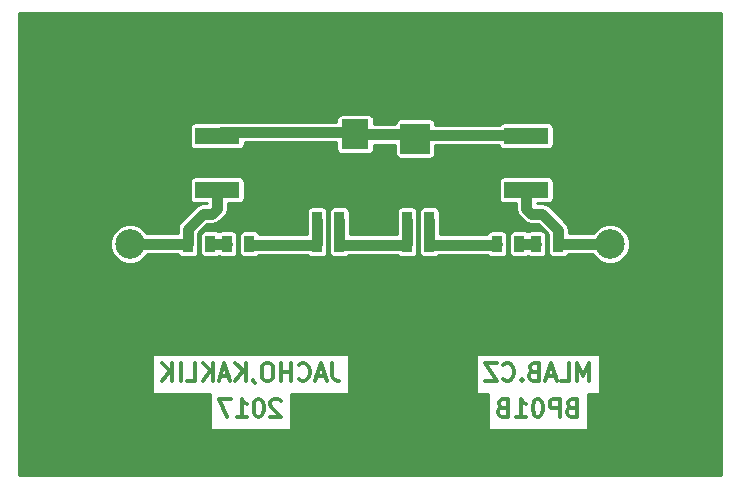
<source format=gbr>
G04 #@! TF.FileFunction,Copper,L2,Bot,Signal*
%FSLAX46Y46*%
G04 Gerber Fmt 4.6, Leading zero omitted, Abs format (unit mm)*
G04 Created by KiCad (PCBNEW (2016-09-17 revision 679eef1)-makepkg) date 01/31/17 07:19:42*
%MOMM*%
%LPD*%
G01*
G04 APERTURE LIST*
%ADD10C,0.150000*%
%ADD11C,0.300000*%
%ADD12R,0.889000X1.397000*%
%ADD13R,1.397000X0.889000*%
%ADD14R,2.499360X2.550160*%
%ADD15R,2.301240X2.499360*%
%ADD16C,2.700000*%
%ADD17C,2.500000*%
%ADD18R,3.810000X1.397000*%
%ADD19C,6.000000*%
%ADD20C,0.800000*%
%ADD21C,0.900000*%
%ADD22C,0.400000*%
%ADD23C,0.254000*%
G04 APERTURE END LIST*
D10*
D11*
X27284285Y10219428D02*
X27284285Y9148000D01*
X27355714Y8933714D01*
X27498571Y8790857D01*
X27712857Y8719428D01*
X27855714Y8719428D01*
X26641428Y9148000D02*
X25927142Y9148000D01*
X26784285Y8719428D02*
X26284285Y10219428D01*
X25784285Y8719428D01*
X24427142Y8862285D02*
X24498571Y8790857D01*
X24712857Y8719428D01*
X24855714Y8719428D01*
X25070000Y8790857D01*
X25212857Y8933714D01*
X25284285Y9076571D01*
X25355714Y9362285D01*
X25355714Y9576571D01*
X25284285Y9862285D01*
X25212857Y10005142D01*
X25070000Y10148000D01*
X24855714Y10219428D01*
X24712857Y10219428D01*
X24498571Y10148000D01*
X24427142Y10076571D01*
X23784285Y8719428D02*
X23784285Y10219428D01*
X23784285Y9505142D02*
X22927142Y9505142D01*
X22927142Y8719428D02*
X22927142Y10219428D01*
X21927142Y10219428D02*
X21641428Y10219428D01*
X21498571Y10148000D01*
X21355714Y10005142D01*
X21284285Y9719428D01*
X21284285Y9219428D01*
X21355714Y8933714D01*
X21498571Y8790857D01*
X21641428Y8719428D01*
X21927142Y8719428D01*
X22070000Y8790857D01*
X22212857Y8933714D01*
X22284285Y9219428D01*
X22284285Y9719428D01*
X22212857Y10005142D01*
X22070000Y10148000D01*
X21927142Y10219428D01*
X20570000Y8790857D02*
X20570000Y8719428D01*
X20641428Y8576571D01*
X20712857Y8505142D01*
X19927142Y8719428D02*
X19927142Y10219428D01*
X19070000Y8719428D02*
X19712857Y9576571D01*
X19070000Y10219428D02*
X19927142Y9362285D01*
X18498571Y9148000D02*
X17784285Y9148000D01*
X18641428Y8719428D02*
X18141428Y10219428D01*
X17641428Y8719428D01*
X17141428Y8719428D02*
X17141428Y10219428D01*
X16284285Y8719428D02*
X16927142Y9576571D01*
X16284285Y10219428D02*
X17141428Y9362285D01*
X14927142Y8719428D02*
X15641428Y8719428D01*
X15641428Y10219428D01*
X14427142Y8719428D02*
X14427142Y10219428D01*
X13712857Y8719428D02*
X13712857Y10219428D01*
X12855714Y8719428D02*
X13498571Y9576571D01*
X12855714Y10219428D02*
X13712857Y9362285D01*
X22891428Y7028571D02*
X22820000Y7100000D01*
X22677142Y7171428D01*
X22320000Y7171428D01*
X22177142Y7100000D01*
X22105714Y7028571D01*
X22034285Y6885714D01*
X22034285Y6742857D01*
X22105714Y6528571D01*
X22962857Y5671428D01*
X22034285Y5671428D01*
X21105714Y7171428D02*
X20962857Y7171428D01*
X20820000Y7100000D01*
X20748571Y7028571D01*
X20677142Y6885714D01*
X20605714Y6600000D01*
X20605714Y6242857D01*
X20677142Y5957142D01*
X20748571Y5814285D01*
X20820000Y5742857D01*
X20962857Y5671428D01*
X21105714Y5671428D01*
X21248571Y5742857D01*
X21320000Y5814285D01*
X21391428Y5957142D01*
X21462857Y6242857D01*
X21462857Y6600000D01*
X21391428Y6885714D01*
X21320000Y7028571D01*
X21248571Y7100000D01*
X21105714Y7171428D01*
X19177142Y5671428D02*
X20034285Y5671428D01*
X19605714Y5671428D02*
X19605714Y7171428D01*
X19748571Y6957142D01*
X19891428Y6814285D01*
X20034285Y6742857D01*
X18677142Y7171428D02*
X17677142Y7171428D01*
X18320000Y5671428D01*
X47525428Y6457142D02*
X47311142Y6385714D01*
X47239714Y6314285D01*
X47168285Y6171428D01*
X47168285Y5957142D01*
X47239714Y5814285D01*
X47311142Y5742857D01*
X47454000Y5671428D01*
X48025428Y5671428D01*
X48025428Y7171428D01*
X47525428Y7171428D01*
X47382571Y7100000D01*
X47311142Y7028571D01*
X47239714Y6885714D01*
X47239714Y6742857D01*
X47311142Y6600000D01*
X47382571Y6528571D01*
X47525428Y6457142D01*
X48025428Y6457142D01*
X46525428Y5671428D02*
X46525428Y7171428D01*
X45954000Y7171428D01*
X45811142Y7100000D01*
X45739714Y7028571D01*
X45668285Y6885714D01*
X45668285Y6671428D01*
X45739714Y6528571D01*
X45811142Y6457142D01*
X45954000Y6385714D01*
X46525428Y6385714D01*
X44739714Y7171428D02*
X44596857Y7171428D01*
X44454000Y7100000D01*
X44382571Y7028571D01*
X44311142Y6885714D01*
X44239714Y6600000D01*
X44239714Y6242857D01*
X44311142Y5957142D01*
X44382571Y5814285D01*
X44454000Y5742857D01*
X44596857Y5671428D01*
X44739714Y5671428D01*
X44882571Y5742857D01*
X44954000Y5814285D01*
X45025428Y5957142D01*
X45096857Y6242857D01*
X45096857Y6600000D01*
X45025428Y6885714D01*
X44954000Y7028571D01*
X44882571Y7100000D01*
X44739714Y7171428D01*
X42811142Y5671428D02*
X43668285Y5671428D01*
X43239714Y5671428D02*
X43239714Y7171428D01*
X43382571Y6957142D01*
X43525428Y6814285D01*
X43668285Y6742857D01*
X41668285Y6457142D02*
X41454000Y6385714D01*
X41382571Y6314285D01*
X41311142Y6171428D01*
X41311142Y5957142D01*
X41382571Y5814285D01*
X41454000Y5742857D01*
X41596857Y5671428D01*
X42168285Y5671428D01*
X42168285Y7171428D01*
X41668285Y7171428D01*
X41525428Y7100000D01*
X41454000Y7028571D01*
X41382571Y6885714D01*
X41382571Y6742857D01*
X41454000Y6600000D01*
X41525428Y6528571D01*
X41668285Y6457142D01*
X42168285Y6457142D01*
X49025428Y8719428D02*
X49025428Y10219428D01*
X48525428Y9148000D01*
X48025428Y10219428D01*
X48025428Y8719428D01*
X46596857Y8719428D02*
X47311142Y8719428D01*
X47311142Y10219428D01*
X46168285Y9148000D02*
X45454000Y9148000D01*
X46311142Y8719428D02*
X45811142Y10219428D01*
X45311142Y8719428D01*
X44311142Y9505142D02*
X44096857Y9433714D01*
X44025428Y9362285D01*
X43954000Y9219428D01*
X43954000Y9005142D01*
X44025428Y8862285D01*
X44096857Y8790857D01*
X44239714Y8719428D01*
X44811142Y8719428D01*
X44811142Y10219428D01*
X44311142Y10219428D01*
X44168285Y10148000D01*
X44096857Y10076571D01*
X44025428Y9933714D01*
X44025428Y9790857D01*
X44096857Y9648000D01*
X44168285Y9576571D01*
X44311142Y9505142D01*
X44811142Y9505142D01*
X43311142Y8862285D02*
X43239714Y8790857D01*
X43311142Y8719428D01*
X43382571Y8790857D01*
X43311142Y8862285D01*
X43311142Y8719428D01*
X41739714Y8862285D02*
X41811142Y8790857D01*
X42025428Y8719428D01*
X42168285Y8719428D01*
X42382571Y8790857D01*
X42525428Y8933714D01*
X42596857Y9076571D01*
X42668285Y9362285D01*
X42668285Y9576571D01*
X42596857Y9862285D01*
X42525428Y10005142D01*
X42382571Y10148000D01*
X42168285Y10219428D01*
X42025428Y10219428D01*
X41811142Y10148000D01*
X41739714Y10076571D01*
X41239714Y10219428D02*
X40239714Y10219428D01*
X41239714Y8719428D01*
X40239714Y8719428D01*
D12*
X15049500Y20320000D03*
X16954500Y20320000D03*
D13*
X21590000Y31686500D03*
X21590000Y29781500D03*
X24130000Y20256500D03*
X24130000Y18351500D03*
X24384000Y29781500D03*
X24384000Y31686500D03*
D12*
X27876500Y20320000D03*
X25971500Y20320000D03*
D13*
X31750000Y18351500D03*
X31750000Y20256500D03*
D12*
X35496500Y20320000D03*
X33591500Y20320000D03*
D14*
X34290000Y34274760D03*
X34290000Y29225240D03*
D13*
X39370000Y20256500D03*
X39370000Y18351500D03*
X37592000Y29527500D03*
X37592000Y31432500D03*
X40132000Y31432500D03*
X40132000Y29527500D03*
D12*
X44513500Y20320000D03*
X46418500Y20320000D03*
D15*
X29210000Y29601160D03*
X29210000Y33898840D03*
D16*
X12700000Y22860000D03*
X7620000Y22860000D03*
X7620000Y17780000D03*
X12700000Y17780000D03*
D17*
X10160000Y20320000D03*
X50800000Y20320000D03*
D16*
X53340000Y17780000D03*
X48260000Y17780000D03*
X48260000Y22860000D03*
X53340000Y22860000D03*
D18*
X17526000Y24892000D03*
X17526000Y29464000D03*
D12*
X20256500Y20320000D03*
X18351500Y20320000D03*
D13*
X22098000Y20256500D03*
X22098000Y18351500D03*
D12*
X25971500Y22352000D03*
X27876500Y22352000D03*
D13*
X29718000Y20256500D03*
X29718000Y18351500D03*
D12*
X33591500Y22352000D03*
X35496500Y22352000D03*
D13*
X37338000Y18351500D03*
X37338000Y20256500D03*
D12*
X43116500Y20320000D03*
X41211500Y20320000D03*
D18*
X43688000Y29464000D03*
X43688000Y24892000D03*
D19*
X55880000Y5080000D03*
X5080000Y5080000D03*
X55880000Y35560000D03*
X5080000Y35560000D03*
D20*
X14986000Y17526000D03*
X14986000Y16256000D03*
X13716000Y15748000D03*
X12446000Y15748000D03*
X11176000Y15748000D03*
X9906000Y15748000D03*
X8636000Y15748000D03*
X7366000Y15748000D03*
X6096000Y15748000D03*
X5588000Y16764000D03*
X5588000Y18034000D03*
X5588000Y19304000D03*
X5588000Y20574000D03*
X5588000Y21843994D03*
X5588000Y23114000D03*
X5588000Y24384000D03*
X7112000Y24892000D03*
X8382000Y24892000D03*
X9652000Y24892000D03*
X10922000Y24892000D03*
X12192000Y24892000D03*
X13462000Y24892000D03*
X55372000Y24638000D03*
X55626000Y23622000D03*
X55626000Y22352000D03*
X55626000Y21082000D03*
X55626000Y19812000D03*
X55626000Y18542000D03*
X55626000Y17272000D03*
X55626000Y16002000D03*
X54864000Y15240000D03*
X53594000Y15240000D03*
X52324000Y15240000D03*
X51054000Y15240000D03*
X49784000Y15240000D03*
X48514000Y15240000D03*
X47244000Y15240000D03*
X46228000Y16002000D03*
X46228000Y17272000D03*
X54356000Y25146000D03*
X53086000Y25146000D03*
X51816000Y25146000D03*
X50546000Y25146000D03*
X49276000Y25146000D03*
X48006000Y25146000D03*
X32258000Y33020000D03*
X30988000Y33020000D03*
X27432000Y33020000D03*
X41910000Y27686000D03*
X41148000Y28194000D03*
X40132000Y28194000D03*
X38862000Y28194000D03*
X37592000Y28194000D03*
X36322000Y27178000D03*
X36322000Y28194000D03*
X35306000Y26924000D03*
X34036004Y26924000D03*
X32766000Y26924000D03*
X32258000Y27940000D03*
X31242000Y27940000D03*
X29972000Y27432000D03*
X28702000Y27432000D03*
X27432000Y27432000D03*
X27178000Y28448000D03*
X25908000Y28448000D03*
X24638000Y28448000D03*
X23368000Y28448000D03*
X22098000Y28448000D03*
X20828000Y28448000D03*
X20066000Y27686000D03*
X46482000Y27432000D03*
X46482000Y28448000D03*
X46482000Y29718000D03*
X46482000Y30988000D03*
X44958000Y30988000D03*
X43688000Y30988000D03*
X42418000Y30988000D03*
X41656000Y31750000D03*
X41656000Y32766000D03*
X40386000Y32766000D03*
X39116000Y32766000D03*
X37846000Y32766000D03*
X36576000Y33020000D03*
X36576000Y34290000D03*
X14732000Y27432000D03*
X14732000Y28448000D03*
X14732000Y29718000D03*
X14732000Y30988000D03*
X16256000Y30988000D03*
X17526000Y30988000D03*
X18796000Y30988000D03*
X20066000Y31750000D03*
X20066000Y33020000D03*
X21336000Y33020000D03*
X22606000Y33020000D03*
X23876000Y33020000D03*
X25146000Y33020000D03*
X27432008Y31750000D03*
X32258000Y31750000D03*
X30988000Y31750000D03*
X25908000Y31750000D03*
X46736000Y24384000D03*
X46736000Y25400000D03*
X46228000Y26416000D03*
X44958000Y26670000D03*
X43434000Y26670000D03*
X42164000Y26670000D03*
X40894000Y26416000D03*
X40894000Y24892000D03*
X40894000Y23368000D03*
X42926000Y22098000D03*
X41656000Y22098000D03*
X40386000Y22098000D03*
X39116000Y21590000D03*
X37846000Y21590000D03*
X36830000Y21844000D03*
X36830000Y23114000D03*
X36068000Y23876000D03*
X34798000Y23876000D03*
X33528000Y23876000D03*
X32512000Y23876000D03*
X32258000Y22606000D03*
X31750000Y21590000D03*
X30480000Y21590000D03*
X29209994Y22860000D03*
X29210000Y21590000D03*
X28956000Y24130000D03*
X27686000Y24130000D03*
X26416000Y24130000D03*
X25146000Y24130000D03*
X24384000Y23368000D03*
X24384000Y22098000D03*
X22860000Y22098000D03*
X21590000Y22098000D03*
X20320000Y22098000D03*
X20320000Y23368000D03*
X20320000Y24638000D03*
X20320000Y25908000D03*
X19558000Y26670000D03*
X18288000Y26670000D03*
X17018000Y26670000D03*
X15748000Y26670000D03*
X14732000Y26162000D03*
X14732000Y24892000D03*
X14732000Y23622000D03*
X46228000Y18542000D03*
X44958000Y18542000D03*
X43688000Y18542000D03*
X42418000Y18542000D03*
X41148000Y18542000D03*
X41148000Y17526000D03*
X40132000Y16764000D03*
X38862000Y16764000D03*
X37592000Y16764000D03*
X36322000Y16764000D03*
X35814000Y17780000D03*
X35814000Y18796000D03*
X34798000Y18796000D03*
X33528000Y18796000D03*
X33528000Y17780000D03*
X32766000Y17018000D03*
X31750000Y17018000D03*
X30480000Y17018000D03*
X29464000Y17018000D03*
X28448000Y17272000D03*
X28194000Y18288000D03*
X26924000Y18288000D03*
X25654000Y18288000D03*
X25400000Y17018000D03*
X24130000Y17018000D03*
X22860000Y17018000D03*
X20320000Y17272000D03*
X21590000Y17018000D03*
X20066000Y18542000D03*
X18796000Y18542000D03*
X17526000Y18542000D03*
X16256000Y18542000D03*
X14986000Y18542000D03*
D21*
X18351500Y20320000D02*
X16954500Y20320000D01*
X10160000Y20320000D02*
X15049500Y20320000D01*
X15049500Y20320000D02*
X15049500Y21590000D01*
X17092500Y22860000D02*
X16319500Y22860000D01*
X16319500Y22860000D02*
X15049500Y21590000D01*
X17526000Y24892000D02*
X17526000Y23293500D01*
X17526000Y23293500D02*
X17092500Y22860000D01*
X40132000Y29527500D02*
X43624500Y29527500D01*
X43624500Y29527500D02*
X43688000Y29464000D01*
X40132000Y29527500D02*
X37592000Y29527500D01*
X37592000Y29527500D02*
X34592260Y29527500D01*
X34592260Y29527500D02*
X34290000Y29225240D01*
X29210000Y29601160D02*
X33914080Y29601160D01*
X33914080Y29601160D02*
X34290000Y29225240D01*
X24384000Y29781500D02*
X29029660Y29781500D01*
X29029660Y29781500D02*
X29210000Y29601160D01*
X21590000Y29781500D02*
X24384000Y29781500D01*
X21590000Y29781500D02*
X17843500Y29781500D01*
X17843500Y29781500D02*
X17526000Y29464000D01*
D22*
X13716000Y15748000D02*
X14478000Y15748000D01*
X14478000Y15748000D02*
X14986000Y16256000D01*
X11176000Y15748000D02*
X12446000Y15748000D01*
X8636000Y15748000D02*
X9906000Y15748000D01*
X6096000Y15748000D02*
X7366000Y15748000D01*
X5588000Y18034000D02*
X5588000Y16764000D01*
X5588000Y20574000D02*
X5588000Y19304000D01*
X5588000Y23114000D02*
X5588000Y21843994D01*
X7112000Y24892000D02*
X6096000Y24892000D01*
X6096000Y24892000D02*
X5588000Y24384000D01*
X9652000Y24892000D02*
X8382000Y24892000D01*
X12192000Y24892000D02*
X10922000Y24892000D01*
X14732000Y24892000D02*
X13462000Y24892000D01*
X55626000Y22352000D02*
X55626000Y23622000D01*
X55626000Y19812000D02*
X55626000Y21082000D01*
X55626000Y17272000D02*
X55626000Y18542000D01*
X54864000Y15240000D02*
X55626000Y16002000D01*
X52324000Y15240000D02*
X53594000Y15240000D01*
X49784000Y15240000D02*
X51054000Y15240000D01*
X47244000Y15240000D02*
X48514000Y15240000D01*
X46228000Y17272000D02*
X46228000Y16002000D01*
X53086000Y25146000D02*
X54356000Y25146000D01*
X50546000Y25146000D02*
X51816000Y25146000D01*
X48006000Y25146000D02*
X49276000Y25146000D01*
X30988000Y33020000D02*
X32258000Y33020000D01*
X27432008Y31750000D02*
X27432008Y33019992D01*
X27432008Y33019992D02*
X27432000Y33020000D01*
X40132000Y28194000D02*
X41148000Y28194000D01*
X37592000Y28194000D02*
X38862000Y28194000D01*
X36322000Y28194000D02*
X36322000Y27178000D01*
X34036004Y26924000D02*
X35306000Y26924000D01*
X32258000Y27940000D02*
X32258000Y27432000D01*
X32258000Y27432000D02*
X32766000Y26924000D01*
X29972000Y27432000D02*
X30734000Y27432000D01*
X30734000Y27432000D02*
X31242000Y27940000D01*
X27432000Y27432000D02*
X28702000Y27432000D01*
X25908000Y28448000D02*
X27178000Y28448000D01*
X23368000Y28448000D02*
X24638000Y28448000D01*
X20828000Y28448000D02*
X22098000Y28448000D01*
X14732000Y28448000D02*
X15494000Y27686000D01*
X15494000Y27686000D02*
X20066000Y27686000D01*
X46482000Y29718000D02*
X46482000Y28448000D01*
X44958000Y30988000D02*
X46482000Y30988000D01*
X42418000Y30988000D02*
X43688000Y30988000D01*
X41656000Y32766000D02*
X41656000Y31750000D01*
X39116000Y32766000D02*
X40386000Y32766000D01*
X36576000Y33020000D02*
X37592000Y33020000D01*
X37592000Y33020000D02*
X37846000Y32766000D01*
X34290000Y34274760D02*
X36560760Y34274760D01*
X36560760Y34274760D02*
X36576000Y34290000D01*
X14732000Y28448000D02*
X14732000Y27432000D01*
X14732000Y30988000D02*
X14732000Y29718000D01*
X17526000Y30988000D02*
X16256000Y30988000D01*
X20066000Y31750000D02*
X19558000Y31750000D01*
X19558000Y31750000D02*
X18796000Y30988000D01*
X21336000Y33020000D02*
X20066000Y33020000D01*
X23876000Y33020000D02*
X22606000Y33020000D01*
X25908000Y31750000D02*
X25908000Y32258000D01*
X25908000Y32258000D02*
X25146000Y33020000D01*
X30988000Y31750000D02*
X27432008Y31750000D01*
X30226000Y31750000D02*
X32258000Y31750000D01*
X31438315Y31750000D02*
X32258000Y31750000D01*
X29210000Y32766000D02*
X30226000Y31750000D01*
X30226000Y31750000D02*
X31438315Y31750000D01*
X29210000Y33898840D02*
X29210000Y33799780D01*
X31259780Y31750000D02*
X31438315Y31750000D01*
X29210000Y33799780D02*
X31259780Y31750000D01*
X46736000Y25400000D02*
X46736000Y24384000D01*
X44958000Y26670000D02*
X45974000Y26670000D01*
X45974000Y26670000D02*
X46228000Y26416000D01*
X42164000Y26670000D02*
X43434000Y26670000D01*
X40894000Y24892000D02*
X40894000Y26416000D01*
X40386000Y22098000D02*
X40386000Y22860000D01*
X40386000Y22860000D02*
X40894000Y23368000D01*
X40386000Y22098000D02*
X41656000Y22098000D01*
X37846000Y21590000D02*
X39116000Y21590000D01*
X36830000Y23114000D02*
X36830000Y21844000D01*
X34798000Y23876000D02*
X36068000Y23876000D01*
X32512000Y23876000D02*
X33528000Y23876000D01*
X31750000Y21590000D02*
X31750000Y22098000D01*
X31750000Y22098000D02*
X32258000Y22606000D01*
X29210000Y21590000D02*
X30480000Y21590000D01*
X29210000Y22860000D02*
X29209994Y22860000D01*
X29718000Y23368000D02*
X29210000Y22860000D01*
X28956000Y24130000D02*
X29718000Y23368000D01*
X26416000Y24130000D02*
X27686000Y24130000D01*
X24384000Y23368000D02*
X25146000Y24130000D01*
X22860000Y22098000D02*
X24384000Y22098000D01*
X20320000Y22098000D02*
X21590000Y22098000D01*
X20320000Y24638000D02*
X20320000Y23368000D01*
X19558000Y26670000D02*
X20320000Y25908000D01*
X17018000Y26670000D02*
X18288000Y26670000D01*
X14732000Y26162000D02*
X15240000Y26162000D01*
X15240000Y26162000D02*
X15748000Y26670000D01*
X14732000Y23622000D02*
X14732000Y24892000D01*
X44958000Y18542000D02*
X46228000Y18542000D01*
X42418000Y18542000D02*
X43688000Y18542000D01*
X41148000Y17526000D02*
X41148000Y18542000D01*
X38862000Y16764000D02*
X40132000Y16764000D01*
X36322000Y16764000D02*
X37592000Y16764000D01*
X35814000Y18796000D02*
X35814000Y17780000D01*
X33528000Y18796000D02*
X34798000Y18796000D01*
X32766000Y17018000D02*
X33528000Y17780000D01*
X30480000Y17018000D02*
X31750000Y17018000D01*
X28448000Y17272000D02*
X29210000Y17272000D01*
X29210000Y17272000D02*
X29464000Y17018000D01*
X26924000Y18288000D02*
X28194000Y18288000D01*
X25400000Y17018000D02*
X25400000Y18034000D01*
X25400000Y18034000D02*
X25654000Y18288000D01*
X22860000Y17018000D02*
X24130000Y17018000D01*
X20574000Y17018000D02*
X20320000Y17272000D01*
X21590000Y17018000D02*
X20574000Y17018000D01*
X21336000Y17272000D02*
X20320000Y17272000D01*
X18796000Y18542000D02*
X20066000Y18542000D01*
X16256000Y18542000D02*
X17526000Y18542000D01*
X12700000Y17780000D02*
X14224000Y17780000D01*
X14224000Y17780000D02*
X14986000Y18542000D01*
D21*
X25971500Y22352000D02*
X25971500Y20320000D01*
X24130000Y20256500D02*
X25908000Y20256500D01*
X25908000Y20256500D02*
X25971500Y20320000D01*
X24130000Y20256500D02*
X22098000Y20256500D01*
X22098000Y20256500D02*
X20320000Y20256500D01*
X20320000Y20256500D02*
X20256500Y20320000D01*
X33591500Y20320000D02*
X33591500Y22352000D01*
X31750000Y20256500D02*
X33528000Y20256500D01*
X33528000Y20256500D02*
X33591500Y20320000D01*
X31750000Y20256500D02*
X29718000Y20256500D01*
X29718000Y20256500D02*
X27940000Y20256500D01*
X27940000Y20256500D02*
X27876500Y20320000D01*
X27876500Y22352000D02*
X27876500Y20320000D01*
X35496500Y20320000D02*
X35496500Y22352000D01*
X39370000Y20256500D02*
X41148000Y20256500D01*
X41148000Y20256500D02*
X41211500Y20320000D01*
X39370000Y20256500D02*
X37338000Y20256500D01*
X37338000Y20256500D02*
X35560000Y20256500D01*
X35560000Y20256500D02*
X35496500Y20320000D01*
X43688000Y24892000D02*
X43688000Y23293500D01*
X43688000Y23293500D02*
X44121500Y22860000D01*
X46418500Y21501100D02*
X46418500Y20320000D01*
X44121500Y22860000D02*
X45059600Y22860000D01*
X45059600Y22860000D02*
X46418500Y21501100D01*
X46418500Y20320000D02*
X50800000Y20320000D01*
X43116500Y20320000D02*
X44513500Y20320000D01*
D23*
G36*
X60204000Y756000D02*
X756000Y756000D01*
X756000Y10980000D01*
X11993000Y10980000D01*
X11993000Y7576000D01*
X16885857Y7576000D01*
X16885857Y4528000D01*
X23754143Y4528000D01*
X23754143Y7576000D01*
X28647000Y7576000D01*
X28647000Y10980000D01*
X39448429Y10980000D01*
X39448429Y7576000D01*
X40448429Y7576000D01*
X40448429Y4528000D01*
X48959572Y4528000D01*
X48959572Y7576000D01*
X49959572Y7576000D01*
X49959572Y10980000D01*
X39448429Y10980000D01*
X28647000Y10980000D01*
X11993000Y10980000D01*
X756000Y10980000D01*
X756000Y19987888D01*
X8482710Y19987888D01*
X8737480Y19371297D01*
X9208816Y18899138D01*
X9824961Y18643292D01*
X10492112Y18642710D01*
X11108703Y18897480D01*
X11580862Y19368816D01*
X11611666Y19443000D01*
X14210722Y19443000D01*
X14297150Y19313650D01*
X14438393Y19219275D01*
X14605000Y19186135D01*
X15494000Y19186135D01*
X15660607Y19219275D01*
X15801850Y19313650D01*
X15896225Y19454893D01*
X15929365Y19621500D01*
X15929365Y21018500D01*
X16074635Y21018500D01*
X16074635Y19621500D01*
X16107775Y19454893D01*
X16202150Y19313650D01*
X16343393Y19219275D01*
X16510000Y19186135D01*
X17399000Y19186135D01*
X17565607Y19219275D01*
X17653000Y19277669D01*
X17740393Y19219275D01*
X17907000Y19186135D01*
X18796000Y19186135D01*
X18962607Y19219275D01*
X19103850Y19313650D01*
X19198225Y19454893D01*
X19231365Y19621500D01*
X19231365Y21018500D01*
X19376635Y21018500D01*
X19376635Y19621500D01*
X19409775Y19454893D01*
X19504150Y19313650D01*
X19645393Y19219275D01*
X19812000Y19186135D01*
X20701000Y19186135D01*
X20867607Y19219275D01*
X21008850Y19313650D01*
X21052849Y19379500D01*
X21385097Y19379500D01*
X21399500Y19376635D01*
X22796500Y19376635D01*
X22810903Y19379500D01*
X23417097Y19379500D01*
X23431500Y19376635D01*
X24828500Y19376635D01*
X24842903Y19379500D01*
X25175151Y19379500D01*
X25219150Y19313650D01*
X25360393Y19219275D01*
X25527000Y19186135D01*
X26416000Y19186135D01*
X26582607Y19219275D01*
X26723850Y19313650D01*
X26818225Y19454893D01*
X26851365Y19621500D01*
X26851365Y21018500D01*
X26848500Y21032903D01*
X26848500Y21639097D01*
X26851365Y21653500D01*
X26851365Y23050500D01*
X26996635Y23050500D01*
X26996635Y21653500D01*
X26999500Y21639097D01*
X26999500Y21032903D01*
X26996635Y21018500D01*
X26996635Y19621500D01*
X27029775Y19454893D01*
X27124150Y19313650D01*
X27265393Y19219275D01*
X27432000Y19186135D01*
X28321000Y19186135D01*
X28487607Y19219275D01*
X28628850Y19313650D01*
X28672849Y19379500D01*
X29005097Y19379500D01*
X29019500Y19376635D01*
X30416500Y19376635D01*
X30430903Y19379500D01*
X31037097Y19379500D01*
X31051500Y19376635D01*
X32448500Y19376635D01*
X32462903Y19379500D01*
X32795151Y19379500D01*
X32839150Y19313650D01*
X32980393Y19219275D01*
X33147000Y19186135D01*
X34036000Y19186135D01*
X34202607Y19219275D01*
X34343850Y19313650D01*
X34438225Y19454893D01*
X34471365Y19621500D01*
X34471365Y21018500D01*
X34468500Y21032903D01*
X34468500Y21639097D01*
X34471365Y21653500D01*
X34471365Y23050500D01*
X34616635Y23050500D01*
X34616635Y21653500D01*
X34619500Y21639097D01*
X34619500Y21032903D01*
X34616635Y21018500D01*
X34616635Y19621500D01*
X34649775Y19454893D01*
X34744150Y19313650D01*
X34885393Y19219275D01*
X35052000Y19186135D01*
X35941000Y19186135D01*
X36107607Y19219275D01*
X36248850Y19313650D01*
X36292849Y19379500D01*
X36625097Y19379500D01*
X36639500Y19376635D01*
X38036500Y19376635D01*
X38050903Y19379500D01*
X38657097Y19379500D01*
X38671500Y19376635D01*
X40068500Y19376635D01*
X40082903Y19379500D01*
X40415151Y19379500D01*
X40459150Y19313650D01*
X40600393Y19219275D01*
X40767000Y19186135D01*
X41656000Y19186135D01*
X41822607Y19219275D01*
X41963850Y19313650D01*
X42058225Y19454893D01*
X42091365Y19621500D01*
X42091365Y21018500D01*
X42236635Y21018500D01*
X42236635Y19621500D01*
X42269775Y19454893D01*
X42364150Y19313650D01*
X42505393Y19219275D01*
X42672000Y19186135D01*
X43561000Y19186135D01*
X43727607Y19219275D01*
X43815000Y19277669D01*
X43902393Y19219275D01*
X44069000Y19186135D01*
X44958000Y19186135D01*
X45124607Y19219275D01*
X45265850Y19313650D01*
X45360225Y19454893D01*
X45393365Y19621500D01*
X45393365Y21018500D01*
X45360225Y21185107D01*
X45265850Y21326350D01*
X45124607Y21420725D01*
X44958000Y21453865D01*
X44069000Y21453865D01*
X43902393Y21420725D01*
X43815000Y21362331D01*
X43727607Y21420725D01*
X43561000Y21453865D01*
X42672000Y21453865D01*
X42505393Y21420725D01*
X42364150Y21326350D01*
X42269775Y21185107D01*
X42236635Y21018500D01*
X42091365Y21018500D01*
X42058225Y21185107D01*
X41963850Y21326350D01*
X41822607Y21420725D01*
X41656000Y21453865D01*
X40767000Y21453865D01*
X40600393Y21420725D01*
X40459150Y21326350D01*
X40364775Y21185107D01*
X40354510Y21133500D01*
X40082903Y21133500D01*
X40068500Y21136365D01*
X38671500Y21136365D01*
X38657097Y21133500D01*
X38050903Y21133500D01*
X38036500Y21136365D01*
X36639500Y21136365D01*
X36625097Y21133500D01*
X36373500Y21133500D01*
X36373500Y21639097D01*
X36376365Y21653500D01*
X36376365Y23050500D01*
X36343225Y23217107D01*
X36248850Y23358350D01*
X36107607Y23452725D01*
X35941000Y23485865D01*
X35052000Y23485865D01*
X34885393Y23452725D01*
X34744150Y23358350D01*
X34649775Y23217107D01*
X34616635Y23050500D01*
X34471365Y23050500D01*
X34438225Y23217107D01*
X34343850Y23358350D01*
X34202607Y23452725D01*
X34036000Y23485865D01*
X33147000Y23485865D01*
X32980393Y23452725D01*
X32839150Y23358350D01*
X32744775Y23217107D01*
X32711635Y23050500D01*
X32711635Y21653500D01*
X32714500Y21639097D01*
X32714500Y21133500D01*
X32462903Y21133500D01*
X32448500Y21136365D01*
X31051500Y21136365D01*
X31037097Y21133500D01*
X30430903Y21133500D01*
X30416500Y21136365D01*
X29019500Y21136365D01*
X29005097Y21133500D01*
X28753500Y21133500D01*
X28753500Y21639097D01*
X28756365Y21653500D01*
X28756365Y23050500D01*
X28723225Y23217107D01*
X28628850Y23358350D01*
X28487607Y23452725D01*
X28321000Y23485865D01*
X27432000Y23485865D01*
X27265393Y23452725D01*
X27124150Y23358350D01*
X27029775Y23217107D01*
X26996635Y23050500D01*
X26851365Y23050500D01*
X26818225Y23217107D01*
X26723850Y23358350D01*
X26582607Y23452725D01*
X26416000Y23485865D01*
X25527000Y23485865D01*
X25360393Y23452725D01*
X25219150Y23358350D01*
X25124775Y23217107D01*
X25091635Y23050500D01*
X25091635Y21653500D01*
X25094500Y21639097D01*
X25094500Y21133500D01*
X24842903Y21133500D01*
X24828500Y21136365D01*
X23431500Y21136365D01*
X23417097Y21133500D01*
X22810903Y21133500D01*
X22796500Y21136365D01*
X21399500Y21136365D01*
X21385097Y21133500D01*
X21113490Y21133500D01*
X21103225Y21185107D01*
X21008850Y21326350D01*
X20867607Y21420725D01*
X20701000Y21453865D01*
X19812000Y21453865D01*
X19645393Y21420725D01*
X19504150Y21326350D01*
X19409775Y21185107D01*
X19376635Y21018500D01*
X19231365Y21018500D01*
X19198225Y21185107D01*
X19103850Y21326350D01*
X18962607Y21420725D01*
X18796000Y21453865D01*
X17907000Y21453865D01*
X17740393Y21420725D01*
X17653000Y21362331D01*
X17565607Y21420725D01*
X17399000Y21453865D01*
X16510000Y21453865D01*
X16343393Y21420725D01*
X16202150Y21326350D01*
X16107775Y21185107D01*
X16074635Y21018500D01*
X15929365Y21018500D01*
X15926500Y21032903D01*
X15926500Y21226734D01*
X16682765Y21983000D01*
X17092500Y21983000D01*
X17428113Y22049758D01*
X17712633Y22239867D01*
X18146130Y22673365D01*
X18146133Y22673367D01*
X18336242Y22957887D01*
X18354664Y23050500D01*
X18403001Y23293500D01*
X18403000Y23293505D01*
X18403000Y23758135D01*
X19431000Y23758135D01*
X19597607Y23791275D01*
X19738850Y23885650D01*
X19833225Y24026893D01*
X19866365Y24193500D01*
X19866365Y25590500D01*
X41347635Y25590500D01*
X41347635Y24193500D01*
X41380775Y24026893D01*
X41475150Y23885650D01*
X41616393Y23791275D01*
X41783000Y23758135D01*
X42811000Y23758135D01*
X42811000Y23293500D01*
X42877758Y22957887D01*
X43067867Y22673367D01*
X43501365Y22239870D01*
X43501367Y22239867D01*
X43785887Y22049758D01*
X44121500Y21982999D01*
X44121505Y21983000D01*
X44696334Y21983000D01*
X45541500Y21137834D01*
X45541500Y21032903D01*
X45538635Y21018500D01*
X45538635Y19621500D01*
X45571775Y19454893D01*
X45666150Y19313650D01*
X45807393Y19219275D01*
X45974000Y19186135D01*
X46863000Y19186135D01*
X47029607Y19219275D01*
X47170850Y19313650D01*
X47257278Y19443000D01*
X49347853Y19443000D01*
X49377480Y19371297D01*
X49848816Y18899138D01*
X50464961Y18643292D01*
X51132112Y18642710D01*
X51748703Y18897480D01*
X52220862Y19368816D01*
X52476708Y19984961D01*
X52477290Y20652112D01*
X52222520Y21268703D01*
X51751184Y21740862D01*
X51135039Y21996708D01*
X50467888Y21997290D01*
X49851297Y21742520D01*
X49379138Y21271184D01*
X49348334Y21197000D01*
X47295500Y21197000D01*
X47295500Y21501095D01*
X47295501Y21501100D01*
X47228742Y21836713D01*
X47038633Y22121233D01*
X45679733Y23480133D01*
X45395213Y23670242D01*
X45059600Y23737000D01*
X44565000Y23737000D01*
X44565000Y23758135D01*
X45593000Y23758135D01*
X45759607Y23791275D01*
X45900850Y23885650D01*
X45995225Y24026893D01*
X46028365Y24193500D01*
X46028365Y25590500D01*
X45995225Y25757107D01*
X45900850Y25898350D01*
X45759607Y25992725D01*
X45593000Y26025865D01*
X41783000Y26025865D01*
X41616393Y25992725D01*
X41475150Y25898350D01*
X41380775Y25757107D01*
X41347635Y25590500D01*
X19866365Y25590500D01*
X19833225Y25757107D01*
X19738850Y25898350D01*
X19597607Y25992725D01*
X19431000Y26025865D01*
X15621000Y26025865D01*
X15454393Y25992725D01*
X15313150Y25898350D01*
X15218775Y25757107D01*
X15185635Y25590500D01*
X15185635Y24193500D01*
X15218775Y24026893D01*
X15313150Y23885650D01*
X15454393Y23791275D01*
X15621000Y23758135D01*
X16649000Y23758135D01*
X16649000Y23737000D01*
X16319500Y23737000D01*
X15983886Y23670242D01*
X15869924Y23594095D01*
X15699367Y23480133D01*
X15699365Y23480130D01*
X14429367Y22210133D01*
X14239258Y21925613D01*
X14172500Y21590000D01*
X14172500Y21197000D01*
X11612147Y21197000D01*
X11582520Y21268703D01*
X11111184Y21740862D01*
X10495039Y21996708D01*
X9827888Y21997290D01*
X9211297Y21742520D01*
X8739138Y21271184D01*
X8483292Y20655039D01*
X8482710Y19987888D01*
X756000Y19987888D01*
X756000Y30162500D01*
X15185635Y30162500D01*
X15185635Y28765500D01*
X15218775Y28598893D01*
X15313150Y28457650D01*
X15454393Y28363275D01*
X15621000Y28330135D01*
X19431000Y28330135D01*
X19597607Y28363275D01*
X19738850Y28457650D01*
X19833225Y28598893D01*
X19866365Y28765500D01*
X19866365Y28904500D01*
X20877097Y28904500D01*
X20891500Y28901635D01*
X22288500Y28901635D01*
X22302903Y28904500D01*
X23671097Y28904500D01*
X23685500Y28901635D01*
X25082500Y28901635D01*
X25096903Y28904500D01*
X27624015Y28904500D01*
X27624015Y28351480D01*
X27657155Y28184873D01*
X27751530Y28043630D01*
X27892773Y27949255D01*
X28059380Y27916115D01*
X30360620Y27916115D01*
X30527227Y27949255D01*
X30668470Y28043630D01*
X30762845Y28184873D01*
X30795985Y28351480D01*
X30795985Y28724160D01*
X32604955Y28724160D01*
X32604955Y27950160D01*
X32638095Y27783553D01*
X32732470Y27642310D01*
X32873713Y27547935D01*
X33040320Y27514795D01*
X35539680Y27514795D01*
X35706287Y27547935D01*
X35847530Y27642310D01*
X35941905Y27783553D01*
X35975045Y27950160D01*
X35975045Y28650500D01*
X36879097Y28650500D01*
X36893500Y28647635D01*
X38290500Y28647635D01*
X38304903Y28650500D01*
X39419097Y28650500D01*
X39433500Y28647635D01*
X40830500Y28647635D01*
X40844903Y28650500D01*
X41370510Y28650500D01*
X41380775Y28598893D01*
X41475150Y28457650D01*
X41616393Y28363275D01*
X41783000Y28330135D01*
X45593000Y28330135D01*
X45759607Y28363275D01*
X45900850Y28457650D01*
X45995225Y28598893D01*
X46028365Y28765500D01*
X46028365Y30162500D01*
X45995225Y30329107D01*
X45900850Y30470350D01*
X45759607Y30564725D01*
X45593000Y30597865D01*
X41783000Y30597865D01*
X41616393Y30564725D01*
X41475150Y30470350D01*
X41431151Y30404500D01*
X40844903Y30404500D01*
X40830500Y30407365D01*
X39433500Y30407365D01*
X39419097Y30404500D01*
X38304903Y30404500D01*
X38290500Y30407365D01*
X36893500Y30407365D01*
X36879097Y30404500D01*
X35975045Y30404500D01*
X35975045Y30500320D01*
X35941905Y30666927D01*
X35847530Y30808170D01*
X35706287Y30902545D01*
X35539680Y30935685D01*
X33040320Y30935685D01*
X32873713Y30902545D01*
X32732470Y30808170D01*
X32638095Y30666927D01*
X32604955Y30500320D01*
X32604955Y30478160D01*
X30795985Y30478160D01*
X30795985Y30850840D01*
X30762845Y31017447D01*
X30668470Y31158690D01*
X30527227Y31253065D01*
X30360620Y31286205D01*
X28059380Y31286205D01*
X27892773Y31253065D01*
X27751530Y31158690D01*
X27657155Y31017447D01*
X27624015Y30850840D01*
X27624015Y30658500D01*
X25096903Y30658500D01*
X25082500Y30661365D01*
X23685500Y30661365D01*
X23671097Y30658500D01*
X22302903Y30658500D01*
X22288500Y30661365D01*
X20891500Y30661365D01*
X20877097Y30658500D01*
X17843505Y30658500D01*
X17843500Y30658501D01*
X17538669Y30597865D01*
X15621000Y30597865D01*
X15454393Y30564725D01*
X15313150Y30470350D01*
X15218775Y30329107D01*
X15185635Y30162500D01*
X756000Y30162500D01*
X756000Y39884000D01*
X60204000Y39884000D01*
X60204000Y756000D01*
X60204000Y756000D01*
G37*
X60204000Y756000D02*
X756000Y756000D01*
X756000Y10980000D01*
X11993000Y10980000D01*
X11993000Y7576000D01*
X16885857Y7576000D01*
X16885857Y4528000D01*
X23754143Y4528000D01*
X23754143Y7576000D01*
X28647000Y7576000D01*
X28647000Y10980000D01*
X39448429Y10980000D01*
X39448429Y7576000D01*
X40448429Y7576000D01*
X40448429Y4528000D01*
X48959572Y4528000D01*
X48959572Y7576000D01*
X49959572Y7576000D01*
X49959572Y10980000D01*
X39448429Y10980000D01*
X28647000Y10980000D01*
X11993000Y10980000D01*
X756000Y10980000D01*
X756000Y19987888D01*
X8482710Y19987888D01*
X8737480Y19371297D01*
X9208816Y18899138D01*
X9824961Y18643292D01*
X10492112Y18642710D01*
X11108703Y18897480D01*
X11580862Y19368816D01*
X11611666Y19443000D01*
X14210722Y19443000D01*
X14297150Y19313650D01*
X14438393Y19219275D01*
X14605000Y19186135D01*
X15494000Y19186135D01*
X15660607Y19219275D01*
X15801850Y19313650D01*
X15896225Y19454893D01*
X15929365Y19621500D01*
X15929365Y21018500D01*
X16074635Y21018500D01*
X16074635Y19621500D01*
X16107775Y19454893D01*
X16202150Y19313650D01*
X16343393Y19219275D01*
X16510000Y19186135D01*
X17399000Y19186135D01*
X17565607Y19219275D01*
X17653000Y19277669D01*
X17740393Y19219275D01*
X17907000Y19186135D01*
X18796000Y19186135D01*
X18962607Y19219275D01*
X19103850Y19313650D01*
X19198225Y19454893D01*
X19231365Y19621500D01*
X19231365Y21018500D01*
X19376635Y21018500D01*
X19376635Y19621500D01*
X19409775Y19454893D01*
X19504150Y19313650D01*
X19645393Y19219275D01*
X19812000Y19186135D01*
X20701000Y19186135D01*
X20867607Y19219275D01*
X21008850Y19313650D01*
X21052849Y19379500D01*
X21385097Y19379500D01*
X21399500Y19376635D01*
X22796500Y19376635D01*
X22810903Y19379500D01*
X23417097Y19379500D01*
X23431500Y19376635D01*
X24828500Y19376635D01*
X24842903Y19379500D01*
X25175151Y19379500D01*
X25219150Y19313650D01*
X25360393Y19219275D01*
X25527000Y19186135D01*
X26416000Y19186135D01*
X26582607Y19219275D01*
X26723850Y19313650D01*
X26818225Y19454893D01*
X26851365Y19621500D01*
X26851365Y21018500D01*
X26848500Y21032903D01*
X26848500Y21639097D01*
X26851365Y21653500D01*
X26851365Y23050500D01*
X26996635Y23050500D01*
X26996635Y21653500D01*
X26999500Y21639097D01*
X26999500Y21032903D01*
X26996635Y21018500D01*
X26996635Y19621500D01*
X27029775Y19454893D01*
X27124150Y19313650D01*
X27265393Y19219275D01*
X27432000Y19186135D01*
X28321000Y19186135D01*
X28487607Y19219275D01*
X28628850Y19313650D01*
X28672849Y19379500D01*
X29005097Y19379500D01*
X29019500Y19376635D01*
X30416500Y19376635D01*
X30430903Y19379500D01*
X31037097Y19379500D01*
X31051500Y19376635D01*
X32448500Y19376635D01*
X32462903Y19379500D01*
X32795151Y19379500D01*
X32839150Y19313650D01*
X32980393Y19219275D01*
X33147000Y19186135D01*
X34036000Y19186135D01*
X34202607Y19219275D01*
X34343850Y19313650D01*
X34438225Y19454893D01*
X34471365Y19621500D01*
X34471365Y21018500D01*
X34468500Y21032903D01*
X34468500Y21639097D01*
X34471365Y21653500D01*
X34471365Y23050500D01*
X34616635Y23050500D01*
X34616635Y21653500D01*
X34619500Y21639097D01*
X34619500Y21032903D01*
X34616635Y21018500D01*
X34616635Y19621500D01*
X34649775Y19454893D01*
X34744150Y19313650D01*
X34885393Y19219275D01*
X35052000Y19186135D01*
X35941000Y19186135D01*
X36107607Y19219275D01*
X36248850Y19313650D01*
X36292849Y19379500D01*
X36625097Y19379500D01*
X36639500Y19376635D01*
X38036500Y19376635D01*
X38050903Y19379500D01*
X38657097Y19379500D01*
X38671500Y19376635D01*
X40068500Y19376635D01*
X40082903Y19379500D01*
X40415151Y19379500D01*
X40459150Y19313650D01*
X40600393Y19219275D01*
X40767000Y19186135D01*
X41656000Y19186135D01*
X41822607Y19219275D01*
X41963850Y19313650D01*
X42058225Y19454893D01*
X42091365Y19621500D01*
X42091365Y21018500D01*
X42236635Y21018500D01*
X42236635Y19621500D01*
X42269775Y19454893D01*
X42364150Y19313650D01*
X42505393Y19219275D01*
X42672000Y19186135D01*
X43561000Y19186135D01*
X43727607Y19219275D01*
X43815000Y19277669D01*
X43902393Y19219275D01*
X44069000Y19186135D01*
X44958000Y19186135D01*
X45124607Y19219275D01*
X45265850Y19313650D01*
X45360225Y19454893D01*
X45393365Y19621500D01*
X45393365Y21018500D01*
X45360225Y21185107D01*
X45265850Y21326350D01*
X45124607Y21420725D01*
X44958000Y21453865D01*
X44069000Y21453865D01*
X43902393Y21420725D01*
X43815000Y21362331D01*
X43727607Y21420725D01*
X43561000Y21453865D01*
X42672000Y21453865D01*
X42505393Y21420725D01*
X42364150Y21326350D01*
X42269775Y21185107D01*
X42236635Y21018500D01*
X42091365Y21018500D01*
X42058225Y21185107D01*
X41963850Y21326350D01*
X41822607Y21420725D01*
X41656000Y21453865D01*
X40767000Y21453865D01*
X40600393Y21420725D01*
X40459150Y21326350D01*
X40364775Y21185107D01*
X40354510Y21133500D01*
X40082903Y21133500D01*
X40068500Y21136365D01*
X38671500Y21136365D01*
X38657097Y21133500D01*
X38050903Y21133500D01*
X38036500Y21136365D01*
X36639500Y21136365D01*
X36625097Y21133500D01*
X36373500Y21133500D01*
X36373500Y21639097D01*
X36376365Y21653500D01*
X36376365Y23050500D01*
X36343225Y23217107D01*
X36248850Y23358350D01*
X36107607Y23452725D01*
X35941000Y23485865D01*
X35052000Y23485865D01*
X34885393Y23452725D01*
X34744150Y23358350D01*
X34649775Y23217107D01*
X34616635Y23050500D01*
X34471365Y23050500D01*
X34438225Y23217107D01*
X34343850Y23358350D01*
X34202607Y23452725D01*
X34036000Y23485865D01*
X33147000Y23485865D01*
X32980393Y23452725D01*
X32839150Y23358350D01*
X32744775Y23217107D01*
X32711635Y23050500D01*
X32711635Y21653500D01*
X32714500Y21639097D01*
X32714500Y21133500D01*
X32462903Y21133500D01*
X32448500Y21136365D01*
X31051500Y21136365D01*
X31037097Y21133500D01*
X30430903Y21133500D01*
X30416500Y21136365D01*
X29019500Y21136365D01*
X29005097Y21133500D01*
X28753500Y21133500D01*
X28753500Y21639097D01*
X28756365Y21653500D01*
X28756365Y23050500D01*
X28723225Y23217107D01*
X28628850Y23358350D01*
X28487607Y23452725D01*
X28321000Y23485865D01*
X27432000Y23485865D01*
X27265393Y23452725D01*
X27124150Y23358350D01*
X27029775Y23217107D01*
X26996635Y23050500D01*
X26851365Y23050500D01*
X26818225Y23217107D01*
X26723850Y23358350D01*
X26582607Y23452725D01*
X26416000Y23485865D01*
X25527000Y23485865D01*
X25360393Y23452725D01*
X25219150Y23358350D01*
X25124775Y23217107D01*
X25091635Y23050500D01*
X25091635Y21653500D01*
X25094500Y21639097D01*
X25094500Y21133500D01*
X24842903Y21133500D01*
X24828500Y21136365D01*
X23431500Y21136365D01*
X23417097Y21133500D01*
X22810903Y21133500D01*
X22796500Y21136365D01*
X21399500Y21136365D01*
X21385097Y21133500D01*
X21113490Y21133500D01*
X21103225Y21185107D01*
X21008850Y21326350D01*
X20867607Y21420725D01*
X20701000Y21453865D01*
X19812000Y21453865D01*
X19645393Y21420725D01*
X19504150Y21326350D01*
X19409775Y21185107D01*
X19376635Y21018500D01*
X19231365Y21018500D01*
X19198225Y21185107D01*
X19103850Y21326350D01*
X18962607Y21420725D01*
X18796000Y21453865D01*
X17907000Y21453865D01*
X17740393Y21420725D01*
X17653000Y21362331D01*
X17565607Y21420725D01*
X17399000Y21453865D01*
X16510000Y21453865D01*
X16343393Y21420725D01*
X16202150Y21326350D01*
X16107775Y21185107D01*
X16074635Y21018500D01*
X15929365Y21018500D01*
X15926500Y21032903D01*
X15926500Y21226734D01*
X16682765Y21983000D01*
X17092500Y21983000D01*
X17428113Y22049758D01*
X17712633Y22239867D01*
X18146130Y22673365D01*
X18146133Y22673367D01*
X18336242Y22957887D01*
X18354664Y23050500D01*
X18403001Y23293500D01*
X18403000Y23293505D01*
X18403000Y23758135D01*
X19431000Y23758135D01*
X19597607Y23791275D01*
X19738850Y23885650D01*
X19833225Y24026893D01*
X19866365Y24193500D01*
X19866365Y25590500D01*
X41347635Y25590500D01*
X41347635Y24193500D01*
X41380775Y24026893D01*
X41475150Y23885650D01*
X41616393Y23791275D01*
X41783000Y23758135D01*
X42811000Y23758135D01*
X42811000Y23293500D01*
X42877758Y22957887D01*
X43067867Y22673367D01*
X43501365Y22239870D01*
X43501367Y22239867D01*
X43785887Y22049758D01*
X44121500Y21982999D01*
X44121505Y21983000D01*
X44696334Y21983000D01*
X45541500Y21137834D01*
X45541500Y21032903D01*
X45538635Y21018500D01*
X45538635Y19621500D01*
X45571775Y19454893D01*
X45666150Y19313650D01*
X45807393Y19219275D01*
X45974000Y19186135D01*
X46863000Y19186135D01*
X47029607Y19219275D01*
X47170850Y19313650D01*
X47257278Y19443000D01*
X49347853Y19443000D01*
X49377480Y19371297D01*
X49848816Y18899138D01*
X50464961Y18643292D01*
X51132112Y18642710D01*
X51748703Y18897480D01*
X52220862Y19368816D01*
X52476708Y19984961D01*
X52477290Y20652112D01*
X52222520Y21268703D01*
X51751184Y21740862D01*
X51135039Y21996708D01*
X50467888Y21997290D01*
X49851297Y21742520D01*
X49379138Y21271184D01*
X49348334Y21197000D01*
X47295500Y21197000D01*
X47295500Y21501095D01*
X47295501Y21501100D01*
X47228742Y21836713D01*
X47038633Y22121233D01*
X45679733Y23480133D01*
X45395213Y23670242D01*
X45059600Y23737000D01*
X44565000Y23737000D01*
X44565000Y23758135D01*
X45593000Y23758135D01*
X45759607Y23791275D01*
X45900850Y23885650D01*
X45995225Y24026893D01*
X46028365Y24193500D01*
X46028365Y25590500D01*
X45995225Y25757107D01*
X45900850Y25898350D01*
X45759607Y25992725D01*
X45593000Y26025865D01*
X41783000Y26025865D01*
X41616393Y25992725D01*
X41475150Y25898350D01*
X41380775Y25757107D01*
X41347635Y25590500D01*
X19866365Y25590500D01*
X19833225Y25757107D01*
X19738850Y25898350D01*
X19597607Y25992725D01*
X19431000Y26025865D01*
X15621000Y26025865D01*
X15454393Y25992725D01*
X15313150Y25898350D01*
X15218775Y25757107D01*
X15185635Y25590500D01*
X15185635Y24193500D01*
X15218775Y24026893D01*
X15313150Y23885650D01*
X15454393Y23791275D01*
X15621000Y23758135D01*
X16649000Y23758135D01*
X16649000Y23737000D01*
X16319500Y23737000D01*
X15983886Y23670242D01*
X15869924Y23594095D01*
X15699367Y23480133D01*
X15699365Y23480130D01*
X14429367Y22210133D01*
X14239258Y21925613D01*
X14172500Y21590000D01*
X14172500Y21197000D01*
X11612147Y21197000D01*
X11582520Y21268703D01*
X11111184Y21740862D01*
X10495039Y21996708D01*
X9827888Y21997290D01*
X9211297Y21742520D01*
X8739138Y21271184D01*
X8483292Y20655039D01*
X8482710Y19987888D01*
X756000Y19987888D01*
X756000Y30162500D01*
X15185635Y30162500D01*
X15185635Y28765500D01*
X15218775Y28598893D01*
X15313150Y28457650D01*
X15454393Y28363275D01*
X15621000Y28330135D01*
X19431000Y28330135D01*
X19597607Y28363275D01*
X19738850Y28457650D01*
X19833225Y28598893D01*
X19866365Y28765500D01*
X19866365Y28904500D01*
X20877097Y28904500D01*
X20891500Y28901635D01*
X22288500Y28901635D01*
X22302903Y28904500D01*
X23671097Y28904500D01*
X23685500Y28901635D01*
X25082500Y28901635D01*
X25096903Y28904500D01*
X27624015Y28904500D01*
X27624015Y28351480D01*
X27657155Y28184873D01*
X27751530Y28043630D01*
X27892773Y27949255D01*
X28059380Y27916115D01*
X30360620Y27916115D01*
X30527227Y27949255D01*
X30668470Y28043630D01*
X30762845Y28184873D01*
X30795985Y28351480D01*
X30795985Y28724160D01*
X32604955Y28724160D01*
X32604955Y27950160D01*
X32638095Y27783553D01*
X32732470Y27642310D01*
X32873713Y27547935D01*
X33040320Y27514795D01*
X35539680Y27514795D01*
X35706287Y27547935D01*
X35847530Y27642310D01*
X35941905Y27783553D01*
X35975045Y27950160D01*
X35975045Y28650500D01*
X36879097Y28650500D01*
X36893500Y28647635D01*
X38290500Y28647635D01*
X38304903Y28650500D01*
X39419097Y28650500D01*
X39433500Y28647635D01*
X40830500Y28647635D01*
X40844903Y28650500D01*
X41370510Y28650500D01*
X41380775Y28598893D01*
X41475150Y28457650D01*
X41616393Y28363275D01*
X41783000Y28330135D01*
X45593000Y28330135D01*
X45759607Y28363275D01*
X45900850Y28457650D01*
X45995225Y28598893D01*
X46028365Y28765500D01*
X46028365Y30162500D01*
X45995225Y30329107D01*
X45900850Y30470350D01*
X45759607Y30564725D01*
X45593000Y30597865D01*
X41783000Y30597865D01*
X41616393Y30564725D01*
X41475150Y30470350D01*
X41431151Y30404500D01*
X40844903Y30404500D01*
X40830500Y30407365D01*
X39433500Y30407365D01*
X39419097Y30404500D01*
X38304903Y30404500D01*
X38290500Y30407365D01*
X36893500Y30407365D01*
X36879097Y30404500D01*
X35975045Y30404500D01*
X35975045Y30500320D01*
X35941905Y30666927D01*
X35847530Y30808170D01*
X35706287Y30902545D01*
X35539680Y30935685D01*
X33040320Y30935685D01*
X32873713Y30902545D01*
X32732470Y30808170D01*
X32638095Y30666927D01*
X32604955Y30500320D01*
X32604955Y30478160D01*
X30795985Y30478160D01*
X30795985Y30850840D01*
X30762845Y31017447D01*
X30668470Y31158690D01*
X30527227Y31253065D01*
X30360620Y31286205D01*
X28059380Y31286205D01*
X27892773Y31253065D01*
X27751530Y31158690D01*
X27657155Y31017447D01*
X27624015Y30850840D01*
X27624015Y30658500D01*
X25096903Y30658500D01*
X25082500Y30661365D01*
X23685500Y30661365D01*
X23671097Y30658500D01*
X22302903Y30658500D01*
X22288500Y30661365D01*
X20891500Y30661365D01*
X20877097Y30658500D01*
X17843505Y30658500D01*
X17843500Y30658501D01*
X17538669Y30597865D01*
X15621000Y30597865D01*
X15454393Y30564725D01*
X15313150Y30470350D01*
X15218775Y30329107D01*
X15185635Y30162500D01*
X756000Y30162500D01*
X756000Y39884000D01*
X60204000Y39884000D01*
X60204000Y756000D01*
M02*

</source>
